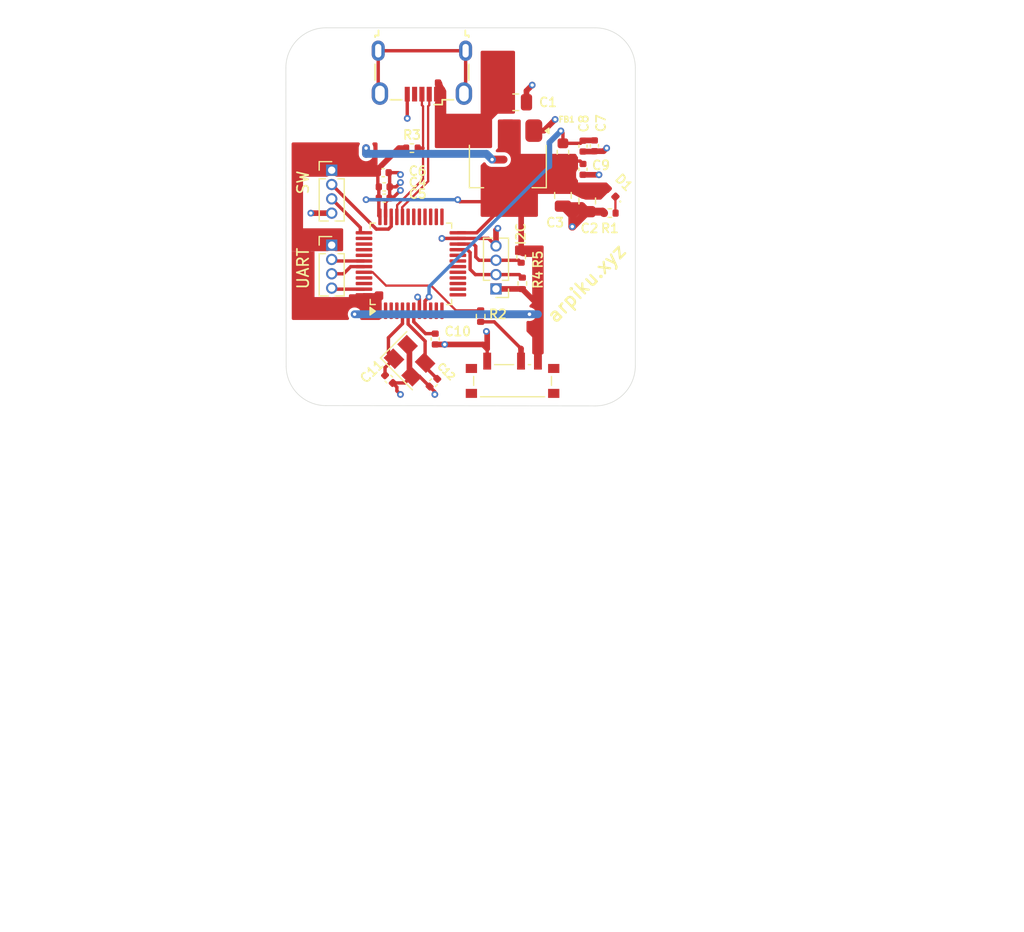
<source format=kicad_pcb>
(kicad_pcb (version 20221018) (generator pcbnew)
  (layers (0 "F.Cu" signal) (31 "B.Cu" signal) (34 "B.Paste" user) (35 "F.Paste" user) (36 "B.SilkS" user "B.Silkscreen") (37 "F.SilkS" user "F.Silkscreen") (38 "B.Mask" user) (39 "F.Mask" user) (44 "Edge.Cuts" user))
  (net 0 "")
  (net 1 "VBUS")
  (net 2 "GND")
  (net 3 "Net-(D1-K)")
  (net 4 "+3.3V")
  (net 5 "+3.3VA")
  (net 6 "/NRST")
  (net 7 "/HSE_IN")
  (net 8 "/HSE_OUT")
  (net 9 "/USB_D-")
  (net 10 "/USB_D+")
  (net 12 "unconnected-(J1-Shield-Pad6)")
  (net 13 "/USART1_TX")
  (net 14 "/USART1_RX")
  (net 15 "/SWDIO")
  (net 16 "/SWCLK")
  (net 17 "/I2C2_SCL")
  (net 18 "/I2C2_SDA")
  (net 19 "/sw_boot0")
  (net 20 "/BOOT0")
  (footprint "Connector_PinHeader_1.27mm:PinHeader_1x04_P1.27mm_Vertical" (layer "F.Cu") (at 155.956 107.15576)
    (fp_text reference "UART" (at -2.54 2.06424 90) (layer "F.SilkS"))
    (fp_text value "Conn_01x04_Pin")
    (fp_line (start -1.11 -0.76) (end 0 -0.76) (stroke (width 0.12)) (layer "F.SilkS"))
    (fp_line (start -1.11 0) (end -1.11 -0.76) (stroke (width 0.12)) (layer "F.SilkS"))
    (fp_line (start -1.11 0.76) (end -1.11 4.505) (stroke (width 0.12)) (layer "F.SilkS"))
    (fp_line (start -1.11 0.76) (end -0.563471 0.76) (stroke (width 0.12)) (layer "F.SilkS"))
    (fp_line (start -1.11 4.505) (end -0.30753 4.505) (stroke (width 0.12)) (layer "F.SilkS"))
    (fp_line (start 0.30753 4.505) (end 1.11 4.505) (stroke (width 0.12)) (layer "F.SilkS"))
    (fp_line (start 0.563471 0.76) (end 1.11 0.76) (stroke (width 0.12)) (layer "F.SilkS"))
    (fp_line (start 1.11 0.76) (end 1.11 4.505) (stroke (width 0.12)) (layer "F.SilkS"))
    (pad "1" thru_hole rect (at 0 0) (size 1 1) (drill 0.65) (layers "*.Cu" "*.Mask") (net 4 "+3.3V"))
    (pad "2" thru_hole oval (at 0 1.27) (size 1 1) (drill 0.65) (layers "*.Cu" "*.Mask") (net 13 "/USART1_TX"))
    (pad "3" thru_hole oval (at 0 2.54) (size 1 1) (drill 0.65) (layers "*.Cu" "*.Mask") (net 14 "/USART1_RX"))
    (pad "4" thru_hole oval (at 0 3.81) (size 1 1) (drill 0.65) (layers "*.Cu" "*.Mask") (net 2 "GND"))
  )
  (footprint "Capacitor_SMD:C_0402_1005Metric" (layer "F.Cu") (at 178.238892 98.375835 -90)
    (fp_text reference "C8" (at -2.004 -0.069108 90) (layer "F.SilkS") (effects (font (size 0.8 0.8))))
    (fp_text value "1u")
    (fp_line (start -0.107836 -0.36) (end 0.107836 -0.36) (stroke (width 0.12)) (layer "F.SilkS"))
    (fp_line (start -0.107836 0.36) (end 0.107836 0.36) (stroke (width 0.12)) (layer "F.SilkS"))
    (pad "1" smd roundrect (at -0.48 0 270) (size 0.56 0.62) (layers "F.Cu" "F.Paste" "F.Mask") (net 5 "+3.3VA"))
    (pad "2" smd roundrect (at 0.48 0 270) (size 0.56 0.62) (layers "F.Cu" "F.Paste" "F.Mask") (net 2 "GND"))
  )
  (footprint "Capacitor_SMD:C_0805_2012Metric" (layer "F.Cu") (at 178.616154 103.236679 -90)
    (fp_text reference "C2" (at 2.427321 -0.199846) (layer "F.SilkS") (effects (font (size 0.8 0.8))))
    (fp_text value "22u")
    (fp_line (start -0.261252 -0.735) (end 0.261252 -0.735) (stroke (width 0.12)) (layer "F.SilkS"))
    (fp_line (start -0.261252 0.735) (end 0.261252 0.735) (stroke (width 0.12)) (layer "F.SilkS"))
    (pad "1" smd roundrect (at -0.95 0 270) (size 1 1.45) (layers "F.Cu" "F.Paste" "F.Mask") (net 4 "+3.3V"))
    (pad "2" smd roundrect (at 0.95 0 270) (size 1 1.45) (layers "F.Cu" "F.Paste" "F.Mask") (net 2 "GND"))
  )
  (footprint "Resistor_SMD:R_0402_1005Metric" (layer "F.Cu") (at 180.620625 104.314308 180)
    (fp_text reference "R1" (at -0.002 -1.349692) (layer "F.SilkS") (effects (font (size 0.8 0.8))))
    (fp_text value "1k")
    (fp_line (start -0.153641 -0.38) (end 0.153641 -0.38) (stroke (width 0.12)) (layer "F.SilkS"))
    (fp_line (start -0.153641 0.38) (end 0.153641 0.38) (stroke (width 0.12)) (layer "F.SilkS"))
    (pad "1" smd roundrect (at -0.51 0 180) (size 0.54 0.64) (layers "F.Cu" "F.Paste" "F.Mask") (net 3 "Net-(D1-K)"))
    (pad "2" smd roundrect (at 0.51 0 180) (size 0.54 0.64) (layers "F.Cu" "F.Paste" "F.Mask") (net 2 "GND"))
  )
  (footprint "MountingHole:MountingHole_2.2mm_M2" (layer "F.Cu") (at 179.324 117.856)
    (fp_text reference "H4" hide)
    (fp_text value "MountingHole")
    (pad "" np_thru_hole circle (at 0 0) (size 2.2 2.2) (drill 2.2) (layers "*.Cu" "*.Mask"))
  )
  (footprint "Capacitor_SMD:C_0402_1005Metric" (layer "F.Cu") (at 161.02589 119.036208 -45)
    (fp_text reference "C11" (at -1.545805 0.595159 225) (layer "F.SilkS") (effects (font (size 0.8 0.8))))
    (fp_text value "10p")
    (fp_line (start -0.107836 -0.36) (end 0.107836 -0.36) (stroke (width 0.12)) (layer "F.SilkS"))
    (fp_line (start -0.107836 0.36) (end 0.107836 0.36) (stroke (width 0.12)) (layer "F.SilkS"))
    (pad "1" smd roundrect (at -0.48 0 315) (size 0.56 0.62) (layers "F.Cu" "F.Paste" "F.Mask") (net 7 "/HSE_IN"))
    (pad "2" smd roundrect (at 0.48 0 315) (size 0.56 0.62) (layers "F.Cu" "F.Paste" "F.Mask") (net 2 "GND"))
  )
  (footprint "Capacitor_SMD:C_0805_2012Metric" (layer "F.Cu") (at 176.460892 102.749837 -90)
    (fp_text reference "C3" (at 2.406163 0.692892 180) (layer "F.SilkS") (effects (font (size 0.8 0.8))))
    (fp_text value "10u")
    (fp_line (start -0.261252 -0.735) (end 0.261252 -0.735) (stroke (width 0.12)) (layer "F.SilkS"))
    (fp_line (start -0.261252 0.735) (end 0.261252 0.735) (stroke (width 0.12)) (layer "F.SilkS"))
    (pad "1" smd roundrect (at -0.95 0 270) (size 1 1.45) (layers "F.Cu" "F.Paste" "F.Mask") (net 4 "+3.3V"))
    (pad "2" smd roundrect (at 0.95 0 270) (size 1 1.45) (layers "F.Cu" "F.Paste" "F.Mask") (net 2 "GND"))
  )
  (footprint "Capacitor_SMD:C_0402_1005Metric" (layer "F.Cu") (at 160.614092 102.988269)
    (fp_text reference "C5" (at 2.961908 -0.372269) (layer "F.SilkS") (effects (font (size 0.8 0.8))))
    (fp_text value "100n")
    (fp_line (start -0.107836 -0.36) (end 0.107836 -0.36) (stroke (width 0.12)) (layer "F.SilkS"))
    (fp_line (start -0.107836 0.36) (end 0.107836 0.36) (stroke (width 0.12)) (layer "F.SilkS"))
    (pad "1" smd roundrect (at -0.48 0) (size 0.56 0.62) (layers "F.Cu" "F.Paste" "F.Mask") (net 4 "+3.3V"))
    (pad "2" smd roundrect (at 0.48 0) (size 0.56 0.62) (layers "F.Cu" "F.Paste" "F.Mask") (net 2 "GND"))
  )
  (footprint "Inductor_SMD:L_0603_1608Metric" (layer "F.Cu") (at 176.460892 98.914337 90)
    (fp_text reference "FB1" (at 2.902337 0.323108 180) (layer "F.SilkS") (effects (font (size 0.5 0.5) (thickness 0.125))))
    (fp_text value "120")
    (fp_line (start -0.162779 -0.51) (end 0.162779 -0.51) (stroke (width 0.12)) (layer "F.SilkS"))
    (fp_line (start -0.162779 0.51) (end 0.162779 0.51) (stroke (width 0.12)) (layer "F.SilkS"))
    (pad "1" smd roundrect (at -0.7875 0 90) (size 0.875 0.95) (layers "F.Cu" "F.Paste" "F.Mask") (net 4 "+3.3V"))
    (pad "2" smd roundrect (at 0.7875 0 90) (size 0.875 0.95) (layers "F.Cu" "F.Paste" "F.Mask") (net 5 "+3.3VA"))
  )
  (footprint "MountingHole:MountingHole_2.2mm_M2" (layer "F.Cu") (at 179.324 91.44)
    (fp_text reference "H3" hide)
    (fp_text value "MountingHole")
    (pad "" np_thru_hole circle (at 0 0) (size 2.2 2.2) (drill 2.2) (layers "*.Cu" "*.Mask"))
  )
  (footprint "Capacitor_SMD:C_0402_1005Metric" (layer "F.Cu") (at 165.13701 115.483123 -90)
    (fp_text reference "C10" (at -0.675123 -1.99499 -180) (layer "F.SilkS") (effects (font (size 0.8 0.8))))
    (fp_text value "100n")
    (fp_line (start -0.107836 -0.36) (end 0.107836 -0.36) (stroke (width 0.12)) (layer "F.SilkS"))
    (fp_line (start -0.107836 0.36) (end 0.107836 0.36) (stroke (width 0.12)) (layer "F.SilkS"))
    (pad "1" smd roundrect (at -0.48 0 270) (size 0.56 0.62) (layers "F.Cu" "F.Paste" "F.Mask") (net 6 "/NRST"))
    (pad "2" smd roundrect (at 0.48 0 270) (size 0.56 0.62) (layers "F.Cu" "F.Paste" "F.Mask") (net 2 "GND"))
  )
  (footprint "Resistor_SMD:R_0402_1005Metric" (layer "F.Cu") (at 163.07 98.552)
    (fp_text reference "R3" (at 0 -1.17) (layer "F.SilkS") (effects (font (size 0.8 0.8))))
    (fp_text value "1k5")
    (fp_line (start -0.153641 -0.38) (end 0.153641 -0.38) (stroke (width 0.12)) (layer "F.SilkS"))
    (fp_line (start -0.153641 0.38) (end 0.153641 0.38) (stroke (width 0.12)) (layer "F.SilkS"))
    (pad "1" smd roundrect (at -0.51 0) (size 0.54 0.64) (layers "F.Cu" "F.Paste" "F.Mask") (net 4 "+3.3V"))
    (pad "2" smd roundrect (at 0.51 0) (size 0.54 0.64) (layers "F.Cu" "F.Paste" "F.Mask") (net 10 "/USB_D+"))
  )
  (footprint "Button_Switch_SMD:SW_SPDT_PCM12" (layer "F.Cu") (at 171.994 118.872)
    (fp_text reference "SW1" hide)
    (fp_text value "SW_SPDT")
    (fp_line (start -3.45 -0.07) (end -3.45 0.72) (stroke (width 0.12)) (layer "F.SilkS"))
    (fp_line (start -2.85 1.73) (end 2.85 1.73) (stroke (width 0.12)) (layer "F.SilkS"))
    (fp_line (start -1.6 -1.12) (end 0.1 -1.12) (stroke (width 0.12)) (layer "F.SilkS"))
    (fp_line (start 1.4 -1.12) (end 1.6 -1.12) (stroke (width 0.12)) (layer "F.SilkS"))
    (fp_line (start 3.45 0.72) (end 3.45 -0.07) (stroke (width 0.12)) (layer "F.SilkS"))
    (pad "" smd rect (at -3.65 -0.78) (size 1 0.8) (layers "F.Cu" "F.Paste" "F.Mask"))
    (pad "" smd rect (at -3.65 1.43) (size 1 0.8) (layers "F.Cu" "F.Paste" "F.Mask"))
    (pad "" np_thru_hole circle (at -1.5 0.33) (size 0.9 0.9) (drill 0.9) (layers "*.Cu" "*.Mask"))
    (pad "" np_thru_hole circle (at 1.5 0.33) (size 0.9 0.9) (drill 0.9) (layers "*.Cu" "*.Mask"))
    (pad "" smd rect (at 3.65 -0.78) (size 1 0.8) (layers "F.Cu" "F.Paste" "F.Mask"))
    (pad "" smd rect (at 3.65 1.43) (size 1 0.8) (layers "F.Cu" "F.Paste" "F.Mask"))
    (pad "1" smd rect (at -2.25 -1.43) (size 0.7 1.5) (layers "F.Cu" "F.Paste" "F.Mask") (net 2 "GND"))
    (pad "2" smd rect (at 0.75 -1.43) (size 0.7 1.5) (layers "F.Cu" "F.Paste" "F.Mask") (net 19 "/sw_boot0"))
    (pad "3" smd rect (at 2.25 -1.43) (size 0.7 1.5) (layers "F.Cu" "F.Paste" "F.Mask") (net 4 "+3.3V"))
  )
  (footprint "Resistor_SMD:R_0402_1005Metric" (layer "F.Cu") (at 172.755819 108.206 -90)
    (fp_text reference "R5" (at 0.218898 -1.488181 90) (layer "F.SilkS") (effects (font (size 0.8 0.8))))
    (fp_text value "1k5")
    (fp_line (start -0.153641 -0.38) (end 0.153641 -0.38) (stroke (width 0.12)) (layer "F.SilkS"))
    (fp_line (start -0.153641 0.38) (end 0.153641 0.38) (stroke (width 0.12)) (layer "F.SilkS"))
    (pad "1" smd roundrect (at -0.51 0 270) (size 0.54 0.64) (layers "F.Cu" "F.Paste" "F.Mask") (net 4 "+3.3V"))
    (pad "2" smd roundrect (at 0.51 0 270) (size 0.54 0.64) (layers "F.Cu" "F.Paste" "F.Mask") (net 18 "/I2C2_SDA"))
  )
  (footprint "Capacitor_SMD:C_0402_1005Metric" (layer "F.Cu") (at 160.526092 100.728269)
    (fp_text reference "C6" (at 3.049908 -0.144269) (layer "F.SilkS") (effects (font (size 0.8 0.8))))
    (fp_text value "100n")
    (fp_line (start -0.107836 -0.36) (end 0.107836 -0.36) (stroke (width 0.12)) (layer "F.SilkS"))
    (fp_line (start -0.107836 0.36) (end 0.107836 0.36) (stroke (width 0.12)) (layer "F.SilkS"))
    (pad "1" smd roundrect (at -0.48 0) (size 0.56 0.62) (layers "F.Cu" "F.Paste" "F.Mask") (net 4 "+3.3V"))
    (pad "2" smd roundrect (at 0.48 0) (size 0.56 0.62) (layers "F.Cu" "F.Paste" "F.Mask") (net 2 "GND"))
  )
  (footprint "Crystal:Crystal_SMD_3225-4Pin_3.2x2.5mm" (layer "F.Cu") (at 162.860125 117.402792 -45)
    (fp_text reference "Y1" hide)
    (fp_text value "16MHz")
    (fp_line (start -2 -1.65) (end -2 1.65) (stroke (width 0.12)) (layer "F.SilkS"))
    (fp_line (start -2 1.65) (end 2 1.65) (stroke (width 0.12)) (layer "F.SilkS"))
    (pad "1" smd rect (at -1.1 0.85 315) (size 1.4 1.2) (layers "F.Cu" "F.Paste" "F.Mask") (net 7 "/HSE_IN"))
    (pad "2" smd rect (at 1.1 0.85 315) (size 1.4 1.2) (layers "F.Cu" "F.Paste" "F.Mask") (net 2 "GND"))
    (pad "3" smd rect (at 1.1 -0.85 315) (size 1.4 1.2) (layers "F.Cu" "F.Paste" "F.Mask") (net 8 "/HSE_OUT"))
    (pad "4" smd rect (at -1.1 -0.85 315) (size 1.4 1.2) (layers "F.Cu" "F.Paste" "F.Mask") (net 2 "GND"))
  )
  (footprint "Capacitor_SMD:C_0402_1005Metric" (layer "F.Cu") (at 160.614091 101.988268)
    (fp_text reference "C4" (at 2.961909 -0.388268) (layer "F.SilkS") (effects (font (size 0.8 0.8))))
    (fp_text value "100n")
    (fp_line (start -0.107836 -0.36) (end 0.107836 -0.36) (stroke (width 0.12)) (layer "F.SilkS"))
    (fp_line (start -0.107836 0.36) (end 0.107836 0.36) (stroke (width 0.12)) (layer "F.SilkS"))
    (pad "1" smd roundrect (at -0.48 0) (size 0.56 0.62) (layers "F.Cu" "F.Paste" "F.Mask") (net 4 "+3.3V"))
    (pad "2" smd roundrect (at 0.48 0) (size 0.56 0.62) (layers "F.Cu" "F.Paste" "F.Mask") (net 2 "GND"))
  )
  (footprint "MountingHole:MountingHole_2.2mm_M2" (layer "F.Cu") (at 155.448 117.856 -45)
    (fp_text reference "H2" hide)
    (fp_text value "MountingHole")
    (pad "" np_thru_hole circle (at 0 0 315) (size 2.2 2.2) (drill 2.2) (layers "*.Cu" "*.Mask"))
  )
  (footprint "Capacitor_SMD:C_0805_2012Metric" (layer "F.Cu") (at 172.278 94.488)
    (fp_text reference "C1" (at 2.855 0 180) (layer "F.SilkS") (effects (font (size 0.8 0.8))))
    (fp_text value "22u")
    (fp_line (start -0.261252 -0.735) (end 0.261252 -0.735) (stroke (width 0.12)) (layer "F.SilkS"))
    (fp_line (start -0.261252 0.735) (end 0.261252 0.735) (stroke (width 0.12)) (layer "F.SilkS"))
    (pad "1" smd roundrect (at -0.95 0) (size 1 1.45) (layers "F.Cu" "F.Paste" "F.Mask") (net 1 "VBUS"))
    (pad "2" smd roundrect (at 0.95 0) (size 1 1.45) (layers "F.Cu" "F.Paste" "F.Mask") (net 2 "GND"))
  )
  (footprint "LED_SMD:LED_0402_1005Metric" (layer "F.Cu") (at 180.771414 102.518257 135)
    (fp_text reference "D1" (at -0.123269 1.421881 135) (layer "F.SilkS") (effects (font (size 0.8 0.8))))
    (fp_text value "RED")
    (fp_circle (center -1.09 0) (end -1.04 0) (stroke (width 0.1)) (fill none) (layer "F.SilkS"))
    (pad "1" smd roundrect (at -0.485 0 135) (size 0.59 0.64) (layers "F.Cu" "F.Paste" "F.Mask") (net 3 "Net-(D1-K)"))
    (pad "2" smd roundrect (at 0.485 0 135) (size 0.59 0.64) (layers "F.Cu" "F.Paste" "F.Mask") (net 4 "+3.3V"))
  )
  (footprint "MountingHole:MountingHole_2.2mm_M2" (layer "F.Cu") (at 155.448 91.44 -45)
    (fp_text reference "H1" hide)
    (fp_text value "MountingHole")
    (pad "" np_thru_hole circle (at 0 0 315) (size 2.2 2.2) (drill 2.2) (layers "*.Cu" "*.Mask"))
  )
  (footprint "Capacitor_SMD:C_0402_1005Metric" (layer "F.Cu") (at 164.977202 119.35582 -135)
    (fp_text reference "C12" (at -1.506574 -0.103929 -45) (layer "F.SilkS") (effects (font (size 0.6 0.6))))
    (fp_text value "10p")
    (fp_line (start -0.107836 -0.36) (end 0.107836 -0.36) (stroke (width 0.12)) (layer "F.SilkS"))
    (fp_line (start -0.107836 0.36) (end 0.107836 0.36) (stroke (width 0.12)) (layer "F.SilkS"))
    (pad "1" smd roundrect (at -0.48 0 225) (size 0.56 0.62) (layers "F.Cu" "F.Paste" "F.Mask") (net 8 "/HSE_OUT"))
    (pad "2" smd roundrect (at 0.48 0 225) (size 0.56 0.62) (layers "F.Cu" "F.Paste" "F.Mask") (net 2 "GND"))
  )
  (footprint "Connector_PinHeader_1.27mm:PinHeader_1x04_P1.27mm_Vertical" (layer "F.Cu") (at 170.525162 111.038127 180)
    (fp_text reference "I2C" (at -2.194838 4.866127 90) (layer "F.SilkS") (effects (font (size 0.8 0.8))))
    (fp_text value "Conn_01x04_Pin")
    (fp_line (start -1.11 -0.76) (end 0 -0.76) (stroke (width 0.12)) (layer "F.SilkS"))
    (fp_line (start -1.11 0) (end -1.11 -0.76) (stroke (width 0.12)) (layer "F.SilkS"))
    (fp_line (start -1.11 0.76) (end -1.11 4.505) (stroke (width 0.12)) (layer "F.SilkS"))
    (fp_line (start -1.11 0.76) (end -0.563471 0.76) (stroke (width 0.12)) (layer "F.SilkS"))
    (fp_line (start -1.11 4.505) (end -0.30753 4.505) (stroke (width 0.12)) (layer "F.SilkS"))
    (fp_line (start 0.30753 4.505) (end 1.11 4.505) (stroke (width 0.12)) (layer "F.SilkS"))
    (fp_line (start 0.563471 0.76) (end 1.11 0.76) (stroke (width 0.12)) (layer "F.SilkS"))
    (fp_line (start 1.11 0.76) (end 1.11 4.505) (stroke (width 0.12)) (layer "F.SilkS"))
    (pad "1" thru_hole rect (at 0 0 180) (size 1 1) (drill 0.65) (layers "*.Cu" "*.Mask") (net 4 "+3.3V"))
    (pad "2" thru_hole oval (at 0 1.27 180) (size 1 1) (drill 0.65) (layers "*.Cu" "*.Mask") (net 17 "/I2C2_SCL"))
    (pad "3" thru_hole oval (at 0 2.54 180) (size 1 1) (drill 0.65) (layers "*.Cu" "*.Mask") (net 18 "/I2C2_SDA"))
    (pad "4" thru_hole oval (at 0 3.81 180) (size 1 1) (drill 0.65) (layers "*.Cu" "*.Mask") (net 2 "GND"))
  )
  (footprint "Capacitor_SMD:C_0402_1005Metric" (layer "F.Cu") (at 178.238892 100.435835 -90)
    (fp_text reference "C9" (at -0.359835 -1.593108 -180) (layer "F.SilkS") (effects (font (size 0.8 0.8))))
    (fp_text value "1u")
    (fp_line (start -0.107836 -0.36) (end 0.107836 -0.36) (stroke (width 0.12)) (layer "F.SilkS"))
    (fp_line (start -0.107836 0.36) (end 0.107836 0.36) (stroke (width 0.12)) (layer "F.SilkS"))
    (pad "1" smd roundrect (at -0.48 0 270) (size 0.56 0.62) (layers "F.Cu" "F.Paste" "F.Mask") (net 4 "+3.3V"))
    (pad "2" smd roundrect (at 0.48 0 270) (size 0.56 0.62) (layers "F.Cu" "F.Paste" "F.Mask") (net 2 "GND"))
  )
  (footprint "Package_QFP:LQFP-48_7x7mm_P0.5mm" (layer "F.Cu") (at 162.98175 108.8105 90)
    (fp_text reference "U2" hide)
    (fp_text value "STM32F103C8T6")
    (fp_line (start -3.61 -3.61) (end -3.61 -3.16) (stroke (width 0.12)) (layer "F.SilkS"))
    (fp_line (start -3.61 3.61) (end -3.61 3.16) (stroke (width 0.12)) (layer "F.SilkS"))
    (fp_line (start -3.16 -3.61) (end -3.61 -3.61) (stroke (width 0.12)) (layer "F.SilkS"))
    (fp_line (start -3.16 3.61) (end -3.61 3.61) (stroke (width 0.12)) (layer "F.SilkS"))
    (fp_line (start 3.16 -3.61) (end 3.61 -3.61) (stroke (width 0.12)) (layer "F.SilkS"))
    (fp_line (start 3.16 3.61) (end 3.61 3.61) (stroke (width 0.12)) (layer "F.SilkS"))
    (fp_line (start 3.61 -3.61) (end 3.61 -3.16) (stroke (width 0.12)) (layer "F.SilkS"))
    (fp_line (start 3.61 3.61) (end 3.61 3.16) (stroke (width 0.12)) (layer "F.SilkS"))
    (fp_poly (pts (xy -4.2 -3.16) (xy -4.54 -3.63) (xy -3.86 -3.63) (xy -4.2 -3.16)) (stroke (width 0.12)) (fill solid) (layer "F.SilkS"))
    (pad "1" smd roundrect (at -4.1625 -2.75 90) (size 1.475 0.3) (layers "F.Cu" "F.Paste" "F.Mask") (net 4 "+3.3V"))
    (pad "2" smd roundrect (at -4.1625 -2.25 90) (size 1.475 0.3) (layers "F.Cu" "F.Paste" "F.Mask"))
    (pad "3" smd roundrect (at -4.1625 -1.75 90) (size 1.475 0.3) (layers "F.Cu" "F.Paste" "F.Mask"))
    (pad "4" smd roundrect (at -4.1625 -1.25 90) (size 1.475 0.3) (layers "F.Cu" "F.Paste" "F.Mask"))
    (pad "5" smd roundrect (at -4.1625 -0.75 90) (size 1.475 0.3) (layers "F.Cu" "F.Paste" "F.Mask") (net 7 "/HSE_IN"))
    (pad "6" smd roundrect (at -4.1625 -0.25 90) (size 1.475 0.3) (layers "F.Cu" "F.Paste" "F.Mask") (net 8 "/HSE_OUT"))
    (pad "7" smd roundrect (at -4.1625 0.25 90) (size 1.475 0.3) (layers "F.Cu" "F.Paste" "F.Mask") (net 6 "/NRST"))
    (pad "8" smd roundrect (at -4.1625 0.75 90) (size 1.475 0.3) (layers "F.Cu" "F.Paste" "F.Mask") (net 2 "GND"))
    (pad "9" smd roundrect (at -4.1625 1.25 90) (size 1.475 0.3) (layers "F.Cu" "F.Paste" "F.Mask") (net 5 "+3.3VA"))
    (pad "10" smd roundrect (at -4.1625 1.75 90) (size 1.475 0.3) (layers "F.Cu" "F.Paste" "F.Mask"))
    (pad "11" smd roundrect (at -4.1625 2.25 90) (size 1.475 0.3) (layers "F.Cu" "F.Paste" "F.Mask"))
    (pad "12" smd roundrect (at -4.1625 2.75 90) (size 1.475 0.3) (layers "F.Cu" "F.Paste" "F.Mask"))
    (pad "13" smd roundrect (at -2.75 4.1625 90) (size 0.3 1.475) (layers "F.Cu" "F.Paste" "F.Mask"))
    (pad "14" smd roundrect (at -2.25 4.1625 90) (size 0.3 1.475) (layers "F.Cu" "F.Paste" "F.Mask"))
    (pad "15" smd roundrect (at -1.75 4.1625 90) (size 0.3 1.475) (layers "F.Cu" "F.Paste" "F.Mask"))
    (pad "16" smd roundrect (at -1.25 4.1625 90) (size 0.3 1.475) (layers "F.Cu" "F.Paste" "F.Mask"))
    (pad "17" smd roundrect (at -0.75 4.1625 90) (size 0.3 1.475) (layers "F.Cu" "F.Paste" "F.Mask"))
    (pad "18" smd roundrect (at -0.25 4.1625 90) (size 0.3 1.475) (layers "F.Cu" "F.Paste" "F.Mask"))
    (pad "19" smd roundrect (at 0.25 4.1625 90) (size 0.3 1.475) (layers "F.Cu" "F.Paste" "F.Mask"))
    (pad "20" smd roundrect (at 0.75 4.1625 90) (size 0.3 1.475) (layers "F.Cu" "F.Paste" "F.Mask"))
    (pad "21" smd roundrect (at 1.25 4.1625 90) (size 0.3 1.475) (layers "F.Cu" "F.Paste" "F.Mask") (net 17 "/I2C2_SCL"))
    (pad "22" smd roundrect (at 1.75 4.1625 90) (size 0.3 1.475) (layers "F.Cu" "F.Paste" "F.Mask") (net 18 "/I2C2_SDA"))
    (pad "23" smd roundrect (at 2.25 4.1625 90) (size 0.3 1.475) (layers "F.Cu" "F.Paste" "F.Mask") (net 2 "GND"))
    (pad "24" smd roundrect (at 2.75 4.1625 90) (size 0.3 1.475) (layers "F.Cu" "F.Paste" "F.Mask") (net 4 "+3.3V"))
    (pad "25" smd roundrect (at 4.1625 2.75 90) (size 1.475 0.3) (layers "F.Cu" "F.Paste" "F.Mask"))
    (pad "26" smd roundrect (at 4.1625 2.25 90) (size 1.475 0.3) (layers "F.Cu" "F.Paste" "F.Mask"))
    (pad "27" smd roundrect (at 4.1625 1.75 90) (size 1.475 0.3) (layers "F.Cu" "F.Paste" "F.Mask"))
    (pad "28" smd roundrect (at 4.1625 1.25 90) (size 1.475 0.3) (layers "F.Cu" "F.Paste" "F.Mask"))
    (pad "29" smd roundrect (at 4.1625 0.75 90) (size 1.475 0.3) (layers "F.Cu" "F.Paste" "F.Mask"))
    (pad "30" smd roundrect (at 4.1625 0.25 90) (size 1.475 0.3) (layers "F.Cu" "F.Paste" "F.Mask"))
    (pad "31" smd roundrect (at 4.1625 -0.25 90) (size 1.475 0.3) (layers "F.Cu" "F.Paste" "F.Mask"))
    (pad "32" smd roundrect (at 4.1625 -0.75 90) (size 1.475 0.3) (layers "F.Cu" "F.Paste" "F.Mask") (net 9 "/USB_D-"))
    (pad "33" smd roundrect (at 4.1625 -1.25 90) (size 1.475 0.3) (layers "F.Cu" "F.Paste" "F.Mask") (net 10 "/USB_D+"))
    (pad "34" smd roundrect (at 4.1625 -1.75 90) (size 1.475 0.3) (layers "F.Cu" "F.Paste" "F.Mask") (net 15 "/SWDIO"))
    (pad "35" smd roundrect (at 4.1625 -2.25 90) (size 1.475 0.3) (layers "F.Cu" "F.Paste" "F.Mask") (net 2 "GND"))
    (pad "36" smd roundrect (at 4.1625 -2.75 90) (size 1.475 0.3) (layers "F.Cu" "F.Paste" "F.Mask") (net 4 "+3.3V"))
    (pad "37" smd roundrect (at 2.75 -4.1625 90) (size 0.3 1.475) (layers "F.Cu" "F.Paste" "F.Mask") (net 16 "/SWCLK"))
    (pad "38" smd roundrect (at 2.25 -4.1625 90) (size 0.3 1.475) (layers "F.Cu" "F.Paste" "F.Mask"))
    (pad "39" smd roundrect (at 1.75 -4.1625 90) (size 0.3 1.475) (layers "F.Cu" "F.Paste" "F.Mask"))
    (pad "40" smd roundrect (at 1.25 -4.1625 90) (size 0.3 1.475) (layers "F.Cu" "F.Paste" "F.Mask"))
    (pad "41" smd roundrect (at 0.75 -4.1625 90) (size 0.3 1.475) (layers "F.Cu" "F.Paste" "F.Mask"))
    (pad "42" smd roundrect (at 0.25 -4.1625 90) (size 0.3 1.475) (layers "F.Cu" "F.Paste" "F.Mask") (net 13 "/USART1_TX"))
    (pad "43" smd roundrect (at -0.25 -4.1625 90) (size 0.3 1.475) (layers "F.Cu" "F.Paste" "F.Mask") (net 14 "/USART1_RX"))
    (pad "44" smd roundrect (at -0.75 -4.1625 90) (size 0.3 1.475) (layers "F.Cu" "F.Paste" "F.Mask") (net 20 "/BOOT0"))
    (pad "45" smd roundrect (at -1.25 -4.1625 90) (size 0.3 1.475) (layers "F.Cu" "F.Paste" "F.Mask"))
    (pad "46" smd roundrect (at -1.75 -4.1625 90) (size 0.3 1.475) (layers "F.Cu" "F.Paste" "F.Mask"))
    (pad "47" smd roundrect (at -2.25 -4.1625 90) (size 0.3 1.475) (layers "F.Cu" "F.Paste" "F.Mask") (net 2 "GND"))
    (pad "48" smd roundrect (at -2.75 -4.1625 90) (size 0.3 1.475) (layers "F.Cu" "F.Paste" "F.Mask") (net 4 "+3.3V"))
  )
  (footprint "Connector_PinHeader_1.27mm:PinHeader_1x04_P1.27mm_Vertical" (layer "F.Cu") (at 155.956 100.510372)
    (fp_text reference "SW" (at -2.54 1.089628 90) (layer "F.SilkS"))
    (fp_text value "Conn_01x04_Pin")
    (fp_line (start -1.11 -0.76) (end 0 -0.76) (stroke (width 0.12)) (layer "F.SilkS"))
    (fp_line (start -1.11 0) (end -1.11 -0.76) (stroke (width 0.12)) (layer "F.SilkS"))
    (fp_line (start -1.11 0.76) (end -1.11 4.505) (stroke (width 0.12)) (layer "F.SilkS"))
    (fp_line (start -1.11 0.76) (end -0.563471 0.76) (stroke (width 0.12)) (layer "F.SilkS"))
    (fp_line (start -1.11 4.505) (end -0.30753 4.505) (stroke (width 0.12)) (layer "F.SilkS"))
    (fp_line (start 0.30753 4.505) (end 1.11 4.505) (stroke (width 0.12)) (layer "F.SilkS"))
    (fp_line (start 0.563471 0.76) (end 1.11 0.76) (stroke (width 0.12)) (layer "F.SilkS"))
    (fp_line (start 1.11 0.76) (end 1.11 4.505) (stroke (width 0.12)) (layer "F.SilkS"))
    (pad "1" thru_hole rect (at 0 0) (size 1 1) (drill 0.65) (layers "*.Cu" "*.Mask") (net 4 "+3.3V"))
    (pad "2" thru_hole oval (at 0 1.27) (size 1 1) (drill 0.65) (layers "*.Cu" "*.Mask") (net 15 "/SWDIO"))
    (pad "3" thru_hole oval (at 0 2.54) (size 1 1) (drill 0.65) (layers "*.Cu" "*.Mask") (net 16 "/SWCLK"))
    (pad "4" thru_hole oval (at 0 3.81) (size 1 1) (drill 0.65) (layers "*.Cu" "*.Mask") (net 2 "GND"))
  )
  (footprint "Package_TO_SOT_SMD:SOT-223-3_TabPin2" (layer "F.Cu") (at 171.576686 100.152472 -90)
    (fp_text reference "U3" hide)
    (fp_text value "AMS1117-3.3")
    (fp_line (start -1.85 -3.41) (end 1.91 -3.41) (stroke (width 0.12)) (layer "F.SilkS"))
    (fp_line (start -1.85 3.41) (end 1.91 3.41) (stroke (width 0.12)) (layer "F.SilkS"))
    (fp_line (start 1.91 -3.41) (end 1.91 -2.15) (stroke (width 0.12)) (layer "F.SilkS"))
    (fp_line (start 1.91 3.41) (end 1.91 2.15) (stroke (width 0.12)) (layer "F.SilkS"))
    (fp_poly (pts (xy -3.13 -3.31) (xy -3.37 -3.64) (xy -2.89 -3.64) (xy -3.13 -3.31)) (stroke (width 0.12)) (fill solid) (layer "F.SilkS"))
    (pad "1" smd roundrect (at -3.15 -2.3 270) (size 2 1.5) (layers "F.Cu" "F.Paste" "F.Mask") (net 2 "GND"))
    (pad "2" smd roundrect (at -3.15 0 270) (size 2 1.5) (layers "F.Cu" "F.Paste" "F.Mask") (net 4 "+3.3V"))
    (pad "2" smd roundrect (at 3.15 0 270) (size 2 3.8) (layers "F.Cu" "F.Paste" "F.Mask") (net 4 "+3.3V"))
    (pad "3" smd roundrect (at -3.15 2.3 270) (size 2 1.5) (layers "F.Cu" "F.Paste" "F.Mask") (net 1 "VBUS"))
  )
  (footprint "Capacitor_SMD:C_0402_1005Metric" (layer "F.Cu") (at 179.254892 98.347836 -90)
    (fp_text reference "C7" (at -2.004 -0.577108 90) (layer "F.SilkS") (effects (font (size 0.8 0.8))))
    (fp_text value "10n")
    (fp_line (start -0.107836 -0.36) (end 0.107836 -0.36) (stroke (width 0.12)) (layer "F.SilkS"))
    (fp_line (start -0.107836 0.36) (end 0.107836 0.36) (stroke (width 0.12)) (layer "F.SilkS"))
    (pad "1" smd roundrect (at -0.48 0 270) (size 0.56 0.62) (layers "F.Cu" "F.Paste" "F.Mask") (net 5 "+3.3VA"))
    (pad "2" smd roundrect (at 0.48 0 270) (size 0.56 0.62) (layers "F.Cu" "F.Paste" "F.Mask") (net 2 "GND"))
  )
  (footprint "Connector_USB:USB_Micro-B_Wuerth_629105150521" (layer "F.Cu") (at 163.956086 91.866 180)
    (fp_text reference "J1" hide)
    (fp_text value "USB_B_Micro")
    (fp_line (start -4.15 -0.65) (end -4.15 0.75) (stroke (width 0.15)) (layer "F.SilkS"))
    (fp_line (start -4.15 3.15) (end -4.15 3.3) (stroke (width 0.15)) (layer "F.SilkS"))
    (fp_line (start -4.15 3.3) (end -3.85 3.3) (stroke (width 0.15)) (layer "F.SilkS"))
    (fp_line (start -3.85 3.3) (end -3.85 3.75) (stroke (width 0.15)) (layer "F.SilkS"))
    (fp_line (start -1.8 -2.825) (end -1.8 -2.4) (stroke (width 0.15)) (layer "F.SilkS"))
    (fp_line (start -1.8 -2.4) (end -2.8 -2.4) (stroke (width 0.15)) (layer "F.SilkS"))
    (fp_line (start -1.075 -2.825) (end -1.8 -2.825) (stroke (width 0.15)) (layer "F.SilkS"))
    (fp_line (start 1.8 -2.4) (end 2.8 -2.4) (stroke (width 0.15)) (layer "F.SilkS"))
    (fp_line (start 3.85 3.3) (end 4.15 3.3) (stroke (width 0.15)) (layer "F.SilkS"))
    (fp_line (start 3.85 3.75) (end 3.85 3.3) (stroke (width 0.15)) (layer "F.SilkS"))
    (fp_line (start 4.15 0.75) (end 4.15 -0.65) (stroke (width 0.15)) (layer "F.SilkS"))
    (fp_line (start 4.15 3.3) (end 4.15 3.15) (stroke (width 0.15)) (layer "F.SilkS"))
    (pad "" np_thru_hole oval (at -2.5 -0.8 180) (size 0.8 0.8) (drill 0.8) (layers "*.Cu" "*.Mask"))
    (pad "" np_thru_hole oval (at 2.5 -0.8 180) (size 0.8 0.8) (drill 0.8) (layers "*.Cu" "*.Mask"))
    (pad "1" smd rect (at -1.3 -1.9 180) (size 0.45 1.3) (layers "F.Cu" "F.Paste" "F.Mask") (net 1 "VBUS"))
    (pad "2" smd rect (at -0.65 -1.9 180) (size 0.45 1.3) (layers "F.Cu" "F.Paste" "F.Mask") (net 9 "/USB_D-"))
    (pad "3" smd rect (at 0 -1.9 180) (size 0.45 1.3) (layers "F.Cu" "F.Paste" "F.Mask") (net 10 "/USB_D+"))
    (pad "4" smd rect (at 0.65 -1.9 180) (size 0.45 1.3) (layers "F.Cu" "F.Paste" "F.Mask"))
    (pad "5" smd rect (at 1.3 -1.9 180) (size 0.45 1.3) (layers "F.Cu" "F.Paste" "F.Mask") (net 2 "GND"))
    (pad "6" thru_hole oval (at -3.875 1.95 180) (size 1.15 1.8) (drill oval 0.55 1.2) (layers "*.Cu" "*.Mask") (net 12 "unconnected-(J1-Shield-Pad6)"))
    (pad "6" thru_hole oval (at -3.725 -1.85 180) (size 1.45 2) (drill oval 0.85 1.4) (layers "*.Cu" "*.Mask") (net 12 "unconnected-(J1-Shield-Pad6)"))
    (pad "6" thru_hole oval (at 3.725 -1.85 180) (size 1.45 2) (drill oval 0.85 1.4) (layers "*.Cu" "*.Mask") (net 12 "unconnected-(J1-Shield-Pad6)"))
    (pad "6" thru_hole oval (at 3.875 1.95 180) (size 1.15 1.8) (drill oval 0.55 1.2) (layers "*.Cu" "*.Mask") (net 12 "unconnected-(J1-Shield-Pad6)"))
  )
  (footprint "Resistor_SMD:R_0402_1005Metric" (layer "F.Cu") (at 169.164 113.448651 90)
    (fp_text reference "R2" (at 0.164651 1.524 180) (layer "F.SilkS") (effects (font (size 0.8 0.8))))
    (fp_text value "10kR")
    (fp_line (start -0.153641 -0.38) (end 0.153641 -0.38) (stroke (width 0.12)) (layer "F.SilkS"))
    (fp_line (start -0.153641 0.38) (end 0.153641 0.38) (stroke (width 0.12)) (layer "F.SilkS"))
    (pad "1" smd roundrect (at -0.51 0 90) (size 0.54 0.64) (layers "F.Cu" "F.Paste" "F.Mask") (net 19 "/sw_boot0"))
    (pad "2" smd roundrect (at 0.51 0 90) (size 0.54 0.64) (layers "F.Cu" "F.Paste" "F.Mask") (net 20 "/BOOT0"))
  )
  (footprint "Resistor_SMD:R_0402_1005Metric" (layer "F.Cu") (at 172.860029 110.546153 90)
    (fp_text reference "R4" (at 0.310153 1.383971 90) (layer "F.SilkS") (effects (font (size 0.8 0.8))))
    (fp_text value "1k5")
    (fp_line (start -0.153641 -0.38) (end 0.153641 -0.38) (stroke (width 0.12)) (layer "F.SilkS"))
    (fp_line (start -0.153641 0.38) (end 0.153641 0.38) (stroke (width 0.12)) (layer "F.SilkS"))
    (pad "1" smd roundrect (at -0.51 0 90) (size 0.54 0.64) (layers "F.Cu" "F.Paste" "F.Mask") (net 4 "+3.3V"))
    (pad "2" smd roundrect (at 0.51 0 90) (size 0.54 0.64) (layers "F.Cu" "F.Paste" "F.Mask") (net 17 "/I2C2_SCL"))
  )
  (gr_line (start 151.917528 117.881528) (end 151.892 91.44) (stroke (width 0.05)) (layer "Edge.Cuts"))
  (gr_line (start 179.324 121.412) (end 155.448 121.386564) (stroke (width 0.05)) (layer "Edge.Cuts"))
  (gr_line (start 155.448 87.884) (end 179.324 87.884) (stroke (width 0.05)) (layer "Edge.Cuts"))
  (gr_arc (start 155.448 121.386564) (mid 152.960556 120.361495) (end 151.917528 117.881528) (stroke (width 0.05)) (layer "Edge.Cuts"))
  (gr_arc (start 151.892 91.44) (mid 152.933528 88.925528) (end 155.448 87.884) (stroke (width 0.05)) (layer "Edge.Cuts"))
  (gr_line (start 182.88 91.44) (end 182.88 117.881528) (stroke (width 0.05)) (layer "Edge.Cuts"))
  (gr_arc (start 182.879999 117.881528) (mid 181.829494 120.379545) (end 179.324 121.412091) (stroke (width 0.05)) (layer "Edge.Cuts"))
  (gr_arc (start 179.324 87.884) (mid 181.838472 88.925528) (end 182.88 91.44) (stroke (width 0.05)) (layer "Edge.Cuts"))
  (gr_text "arpiku.xyz" (at 175.768 114.3 45) (layer "F.SilkS") (effects (font (size 1.2 1.2) (thickness 0.2) bold) (justify left bottom)))
  (segment (start 170.18 99.568) (end 171.196 99.568) (width 0.7) (layer "F.Cu") (net 0))
  (segment (start 159.004 99.06) (end 159.004 98.552) (width 0.7) (layer "F.Cu") (net 0))
  (via (at 170.18 99.568) (size 0.6) (drill 0.3) (layers "F.Cu" "B.Cu") (net 0))
  (via (at 157.988 113.284) (size 0.6) (drill 0.3) (layers "F.Cu" "B.Cu") (net 0))
  (via (at 159.004 98.552) (size 0.6) (drill 0.3) (layers "F.Cu" "B.Cu") (net 0))
  (via (at 173.494 113.284) (size 0.6) (drill 0.3) (layers "F.Cu" "B.Cu") (net 0))
  (via (at 173.494 113.284) (size 0.6) (drill 0.3) (layers "F.Cu" "B.Cu") (net 0))
  (segment (start 169.672 99.06) (end 159.004 99.06) (width 0.7) (layer "B.Cu") (net 0))
  (segment (start 159.004 99.06) (end 159.004 98.552) (width 0.7) (layer "B.Cu") (net 0))
  (segment (start 173.494 113.284) (end 174.244 113.284) (width 0.7) (layer "B.Cu") (net 0))
  (segment (start 157.988 113.284) (end 173.494 113.284) (width 0.7) (layer "B.Cu") (net 0))
  (segment (start 170.18 99.568) (end 169.672 99.06) (width 0.7) (layer "B.Cu") (net 0))
  (segment (start 169.276686 96.539314) (end 169.276686 97.002472) (width 0.7) (layer "F.Cu") (net 1))
  (segment (start 169.744 114.88) (end 169.672 114.808) (width 0.5) (layer "F.Cu") (net 2))
  (segment (start 178.616154 104.186679) (end 179.982996 104.186679) (width 0.7) (layer "F.Cu") (net 2))
  (segment (start 164.637791 119.695231) (end 165.1 120.15744) (width 0.3) (layer "F.Cu") (net 2))
  (segment (start 162.656086 93.766) (end 162.656086 95.915914) (width 0.3) (layer "F.Cu") (net 2))
  (segment (start 165.13701 115.963123) (end 165.976877 115.963123) (width 0.5) (layer "F.Cu") (net 2))
  (segment (start 162.850506 118.595254) (end 163.036902 118.78165) (width 0.5) (layer "F.Cu") (net 2))
  (segment (start 163.036902 118.78165) (end 163.72421 118.78165) (width 0.3) (layer "F.Cu") (net 2))
  (segment (start 169.744 117.442) (end 169.744 116.332) (width 0.3) (layer "F.Cu") (net 2))
  (segment (start 177.292 104.537149) (end 177.292 105.510833) (width 0.7) (layer "F.Cu") (net 2))
  (segment (start 169.857535 106.5605) (end 170.525162 107.228127) (width 0.3) (layer "F.Cu") (net 2))
  (segment (start 173.876686 97.002472) (end 174.777528 97.002472) (width 0.5) (layer "F.Cu") (net 2))
  (segment (start 160.73175 104.648) (end 160.73175 103.350611) (width 0.3) (layer "F.Cu") (net 2))
  (segment (start 173.228 93.472) (end 173.736 92.964) (width 0.5) (layer "F.Cu") (net 2))
  (segment (start 160.73175 103.350611) (end 161.094092 102.988269) (width 0.3) (layer "F.Cu") (net 2))
  (segment (start 161.094092 102.988269) (end 161.094091 101.988268) (width 0.3) (layer "F.Cu") (net 2))
  (segment (start 167.14425 106.5605) (end 169.857535 106.5605) (width 0.3) (layer "F.Cu") (net 2))
  (segment (start 161.363734 102.988269) (end 161.094092 102.988269) (width 0.3) (layer "F.Cu") (net 2))
  (segment (start 178.238892 100.915835) (end 179.655835 100.915835) (width 0.5) (layer "F.Cu") (net 2))
  (segment (start 162.442933 119.375619) (end 163.036902 118.78165) (width 0.3) (layer "F.Cu") (net 2))
  (segment (start 162.850506 116.191092) (end 162.850506 118.595254) (width 0.5) (layer "F.Cu") (net 2))
  (segment (start 161.735682 119.746) (end 161.735682 120.079682) (width 0.3) (layer "F.Cu") (net 2))
  (segment (start 158.81925 111.0605) (end 156.05074 111.0605) (width 0.3) (layer "F.Cu") (net 2))
  (segment (start 177.292 104.530945) (end 177.292 104.537149) (width 0.7) (layer "F.Cu") (net 2))
  (segment (start 176.460892 103.699837) (end 177.292 104.530945) (width 0.7) (layer "F.Cu") (net 2))
  (segment (start 173.228 94.488) (end 173.228 93.472) (width 0.5) (layer "F.Cu") (net 2))
  (segment (start 174.777528 97.002472) (end 175.768 96.012) (width 0.5) (layer "F.Cu") (net 2))
  (segment (start 161.094091 101.988268) (end 161.094091 100.816268) (width 0.3) (layer "F.Cu") (net 2))
  (segment (start 162.56 96.012) (end 162.656086 95.915914) (width 0.3) (layer "F.Cu") (net 2))
  (segment (start 179.226893 98.855835) (end 179.254892 98.827836) (width 0.5) (layer "F.Cu") (net 2))
  (segment (start 163.72421 118.78165) (end 164.637791 119.695231) (width 0.3) (layer "F.Cu") (net 2))
  (segment (start 179.254892 98.827836) (end 180.064164 98.827836) (width 0.5) (layer "F.Cu") (net 2))
  (segment (start 161.365301 119.375619) (end 161.735682 119.746) (width 0.3) (layer "F.Cu") (net 2))
  (segment (start 180.064164 98.827836) (end 180.34 98.552) (width 0.5) (layer "F.Cu") (net 2))
  (segment (start 161.094091 100.816268) (end 161.006092 100.728269) (width 0.3) (layer "F.Cu") (net 2))
  (segment (start 179.982996 104.186679) (end 180.110625 104.314308) (width 0.7) (layer "F.Cu") (net 2))
  (segment (start 162.683348 116.023934) (end 162.850506 116.191092) (width 0.5) (layer "F.Cu") (net 2))
  (segment (start 163.73175 112.973) (end 163.73175 111.91575) (width 0.3) (layer "F.Cu") (net 2))
  (segment (start 161.663732 101.988268) (end 162.052 101.6) (width 0.3) (layer "F.Cu") (net 2))
  (segment (start 161.735682 120.079682) (end 162.052 120.396) (width 0.3) (layer "F.Cu") (net 2))
  (segment (start 170.525162 105.826838) (end 170.688 105.664) (width 0.5) (layer "F.Cu") (net 2))
  (segment (start 154.104372 104.320372) (end 155.956 104.320372) (width 0.5) (layer "F.Cu") (net 2))
  (segment (start 169.375123 115.963123) (end 165.976877 115.963123) (width 0.5) (layer "F.Cu") (net 2))
  (segment (start 178.129312 103.699837) (end 176.460892 103.699837) (width 0.7) (layer "F.Cu") (net 2))
  (segment (start 156.05074 111.0605) (end 155.956 110.96576) (width 0.3) (layer "F.Cu") (net 2))
  (segment (start 165.1 120.15744) (end 165.1 120.396) (width 0.3) (layer "F.Cu") (net 2))
  (segment (start 170.525162 107.228127) (end 170.525162 105.826838) (width 0.5) (layer "F.Cu") (net 2))
  (segment (start 161.880272 100.728269) (end 161.006092 100.728269) (width 0.3) (layer "F.Cu") (net 2))
  (segment (start 178.238892 98.855835) (end 179.226893 98.855835) (width 0.5) (layer "F.Cu") (net 2))
  (segment (start 161.365301 119.375619) (end 162.442933 119.375619) (width 0.3) (layer "F.Cu") (net 2))
  (segment (start 163.73175 111.91575) (end 163.576 111.76) (width 0.3) (layer "F.Cu") (net 2))
  (segment (start 178.129312 103.699837) (end 177.292 104.537149) (width 0.7) (layer "F.Cu") (net 2))
  (segment (start 167.14425 106.5605) (end 165.7275 106.5605) (width 0.3) (layer "F.Cu") (net 2))
  (segment (start 169.744 116.332) (end 169.744 114.88) (width 0.5) (layer "F.Cu") (net 2))
  (segment (start 178.616154 104.186679) (end 177.292 105.510833) (width 0.7) (layer "F.Cu") (net 2))
  (segment (start 165.608 106.68) (end 165.7275 106.5605) (width 0.3) (layer "F.Cu") (net 2))
  (segment (start 178.616154 104.186679) (end 178.129312 103.699837) (width 0.7) (layer "F.Cu") (net 2))
  (segment (start 169.744 116.332) (end 169.375123 115.963123) (width 0.5) (layer "F.Cu") (net 2))
  (segment (start 161.094091 101.988268) (end 161.663732 101.988268) (width 0.3) (layer "F.Cu") (net 2))
  (segment (start 162.052 100.899997) (end 161.880272 100.728269) (width 0.3) (layer "F.Cu") (net 2))
  (segment (start 162.052 102.300003) (end 161.363734 102.988269) (width 0.3) (layer "F.Cu") (net 2))
  (via (at 162.052 101.6) (size 0.6) (drill 0.3) (layers "F.Cu" "B.Cu") (net 2))
  (via (at 165.1 120.396) (size 0.6) (drill 0.3) (layers "F.Cu" "B.Cu") (net 2))
  (via (at 177.292 105.510833) (size 0.6) (drill 0.3) (layers "F.Cu" "B.Cu") (net 2))
  (via (at 162.656086 95.915914) (size 0.6) (drill 0.3) (layers "F.Cu" "B.Cu") (net 2))
  (via (at 162.052 102.300003) (size 0.6) (drill 0.3) (layers "F.Cu" "B.Cu") (net 2))
  (via (at 165.7275 106.5605) (size 0.6) (drill 0.3) (layers "F.Cu" "B.Cu") (net 2))
  (via (at 170.688 105.664) (size 0.6) (drill 0.3) (layers "F.Cu" "B.Cu") (net 2))
  (via (at 154.104372 104.320372) (size 0.6) (drill 0.3) (layers "F.Cu" "B.Cu") (net 2))
  (via (at 169.672 114.808) (size 0.6) (drill 0.3) (layers "F.Cu" "B.Cu") (net 2))
  (via (at 173.736 92.964) (size 0.6) (drill 0.3) (layers "F.Cu" "B.Cu") (net 2))
  (via (at 163.576 111.76) (size 0.6) (drill 0.3) (layers "F.Cu" "B.Cu") (net 2))
  (via (at 162.052 120.396) (size 0.6) (drill 0.3) (layers "F.Cu" "B.Cu") (net 2))
  (via (at 180.34 98.552) (size 0.6) (drill 0.3) (layers "F.Cu" "B.Cu") (net 2))
  (via (at 162.052 100.899997) (size 0.6) (drill 0.3) (layers "F.Cu" "B.Cu") (net 2))
  (via (at 175.768 96.012) (size 0.6) (drill 0.3) (layers "F.Cu" "B.Cu") (net 2))
  (via (at 165.976877 115.963123) (size 0.6) (drill 0.3) (layers "F.Cu" "B.Cu") (net 2))
  (via (at 179.655835 100.915835) (size 0.6) (drill 0.3) (layers "F.Cu" "B.Cu") (net 2))
  (segment (start 181.114361 104.298044) (end 181.130625 104.314308) (width 0.2) (layer "F.Cu") (net 3))
  (segment (start 181.114361 102.861204) (end 181.114361 104.298044) (width 0.2) (layer "F.Cu") (net 3))
  (segment (start 177.984894 99.701837) (end 178.238892 99.955835) (width 0.3) (layer "F.Cu") (net 4))
  (segment (start 170.525162 111.038127) (end 172.842003 111.038127) (width 0.5) (layer "F.Cu") (net 4))
  (segment (start 155.956 107.15576) (end 153.95624 107.15576) (width 0.3) (layer "F.Cu") (net 4))
  (segment (start 153.924 112.268) (end 158.496 112.268) (width 0.3) (layer "F.Cu") (net 4))
  (segment (start 153.924 107.188) (end 153.924 112.268) (width 0.3) (layer "F.Cu") (net 4))
  (segment (start 160.134091 101.988268) (end 160.134091 104.550341) (width 0.3) (layer "F.Cu") (net 4))
  (segment (start 153.95624 107.15576) (end 153.924 107.188) (width 0.3) (layer "F.Cu") (net 4))
  (segment (start 159.8205 111.5605) (end 160.23175 111.97175) (width 0.3) (layer "F.Cu") (net 4))
  (segment (start 172.755819 104.481605) (end 171.576686 103.302472) (width 0.5) (layer "F.Cu") (net 4))
  (segment (start 161.912362 98.552) (end 162.56 98.552) (width 0.5) (layer "F.Cu") (net 4))
  (segment (start 174.244 113.284) (end 174.244 112.440124) (width 0.5) (layer "F.Cu") (net 4))
  (segment (start 159.004 103.124) (end 159.998361 103.124) (width 0.3) (layer "F.Cu") (net 4))
  (segment (start 172.842003 111.038127) (end 172.860029 111.056153) (width 0.5) (layer "F.Cu") (net 4))
  (segment (start 155.956 100.510372) (end 159.828195 100.510372) (width 0.5) (layer "F.Cu") (net 4))
  (segment (start 160.23175 111.97175) (end 160.23175 112.973) (width 0.3) (layer "F.Cu") (net 4))
  (segment (start 172.755819 107.696) (end 172.755819 104.481605) (width 0.5) (layer "F.Cu") (net 4))
  (segment (start 158.496 112.268) (end 158.496 111.88375) (width 0.3) (layer "F.Cu") (net 4))
  (segment (start 174.244 117.442) (end 174.244 113.284) (width 0.5) (layer "F.Cu") (net 4))
  (segment (start 168.818658 106.0605) (end 171.576686 103.302472) (width 0.3) (layer "F.Cu") (net 4))
  (segment (start 171.576686 103.302472) (end 167.310472 103.302472) (width 0.3) (layer "F.Cu") (net 4))
  (segment (start 167.14425 106.0605) (end 168.818658 106.0605) (width 0.3) (layer "F.Cu") (net 4))
  (segment (start 174.244 112.440124) (end 172.860029 111.056153) (width 0.5) (layer "F.Cu") (net 4))
  (segment (start 176.460892 99.701837) (end 177.984894 99.701837) (width 0.3) (layer "F.Cu") (net 4))
  (segment (start 160.046092 100.728269) (end 160.046092 100.41827) (width 0.5) (layer "F.Cu") (net 4))
  (segment (start 167.310472 103.302472) (end 167.132 103.124) (width 0.3) (layer "F.Cu") (net 4))
  (segment (start 160.134091 104.550341) (end 160.23175 104.648) (width 0.3) (layer "F.Cu") (net 4))
  (segment (start 159.828195 100.510372) (end 160.046092 100.728269) (width 0.5) (layer "F.Cu") (net 4))
  (segment (start 159.998361 103.124) (end 160.134092 102.988269) (width 0.3) (layer "F.Cu") (net 4))
  (segment (start 160.046092 100.41827) (end 161.912362 98.552) (width 0.5) (layer "F.Cu") (net 4))
  (segment (start 158.496 111.88375) (end 158.81925 111.5605) (width 0.3) (layer "F.Cu") (net 4))
  (segment (start 160.046092 100.728269) (end 160.046092 101.900269) (width 0.3) (layer "F.Cu") (net 4))
  (segment (start 158.81925 111.5605) (end 159.8205 111.5605) (width 0.3) (layer "F.Cu") (net 4))
  (segment (start 160.046092 101.900269) (end 160.134091 101.988268) (width 0.3) (layer "F.Cu") (net 4))
  (via (at 167.132 103.124) (size 0.6) (drill 0.3) (layers "F.Cu" "B.Cu") (net 4))
  (via (at 159.004 103.124) (size 0.6) (drill 0.3) (layers "F.Cu" "B.Cu") (net 4))
  (segment (start 167.132 103.124) (end 159.004 103.124) (width 0.3) (layer "B.Cu") (net 4))
  (segment (start 178.266891 97.867836) (end 178.238892 97.895835) (width 0.5) (layer "F.Cu") (net 5))
  (segment (start 164.23175 112.973) (end 164.23175 112.097757) (width 0.3) (layer "F.Cu") (net 5))
  (segment (start 164.23175 112.097757) (end 164.590533 111.738974) (width 0.3) (layer "F.Cu") (net 5))
  (segment (start 176.460892 98.126837) (end 178.00789 98.126837) (width 0.3) (layer "F.Cu") (net 5))
  (segment (start 178.00789 98.126837) (end 178.238892 97.895835) (width 0.3) (layer "F.Cu") (net 5))
  (segment (start 176.460892 97.212892) (end 176.460892 98.126837) (width 0.3) (layer "F.Cu") (net 5))
  (segment (start 179.254892 97.867836) (end 178.266891 97.867836) (width 0.5) (layer "F.Cu") (net 5))
  (segment (start 176.276 97.028) (end 176.460892 97.212892) (width 0.3) (layer "F.Cu") (net 5))
  (via (at 176.276 97.028) (size 0.6) (drill 0.3) (layers "F.Cu" "B.Cu") (net 5))
  (via (at 164.590533 111.738974) (size 0.6) (drill 0.3) (layers "F.Cu" "B.Cu") (net 5))
  (segment (start 175.26 100.172761) (end 164.590533 110.842228) (width 0.3) (layer "B.Cu") (net 5))
  (segment (start 175.26 98.044) (end 175.26 100.172761) (width 0.5) (layer "B.Cu") (net 5))
  (segment (start 164.590533 110.842228) (end 164.590533 111.738974) (width 0.3) (layer "B.Cu") (net 5))
  (segment (start 176.276 97.028) (end 175.26 98.044) (width 0.5) (layer "B.Cu") (net 5))
  (segment (start 164.279123 115.003123) (end 165.13701 115.003123) (width 0.3) (layer "F.Cu") (net 6))
  (segment (start 163.23175 112.973) (end 163.23175 113.95575) (width 0.3) (layer "F.Cu") (net 6))
  (segment (start 163.23175 113.95575) (end 164.279123 115.003123) (width 0.3) (layer "F.Cu") (net 6))
  (segment (start 162.23175 112.973) (end 162.23175 114.12025) (width 0.3) (layer "F.Cu") (net 7))
  (segment (start 160.986292 116.73104) (end 161.481267 117.226015) (width 0.3) (layer "F.Cu") (net 7))
  (segment (start 160.686479 118.696797) (end 160.686479 118.020803) (width 0.3) (layer "F.Cu") (net 7))
  (segment (start 160.986292 115.365708) (end 160.986292 116.73104) (width 0.3) (layer "F.Cu") (net 7))
  (segment (start 162.23175 114.12025) (end 160.986292 115.365708) (width 0.3) (layer "F.Cu") (net 7))
  (segment (start 160.686479 118.020803) (end 161.481267 117.226015) (width 0.3) (layer "F.Cu") (net 7))
  (segment (start 164.238983 117.938779) (end 165.316613 119.016409) (width 0.3) (layer "F.Cu") (net 8))
  (segment (start 162.73175 114.162856) (end 164.238983 115.670089) (width 0.3) (layer "F.Cu") (net 8))
  (segment (start 162.73175 112.973) (end 162.73175 114.162856) (width 0.3) (layer "F.Cu") (net 8))
  (segment (start 164.238983 117.579569) (end 164.238983 117.938779) (width 0.3) (layer "F.Cu") (net 8))
  (segment (start 164.238983 115.670089) (end 164.238983 117.579569) (width 0.3) (layer "F.Cu") (net 8))
  (segment (start 164.506086 101.496114) (end 164.506086 94.841001) (width 0.2) (layer "F.Cu") (net 9))
  (segment (start 162.23175 104.648) (end 162.23175 104.0605) (width 0.2) (layer "F.Cu") (net 9))
  (segment (start 162.20675 103.79545) (end 164.506086 101.496114) (width 0.2) (layer "F.Cu") (net 9))
  (segment (start 162.20675 104.0355) (end 162.20675 103.79545) (width 0.2) (layer "F.Cu") (net 9))
  (segment (start 164.506086 94.841001) (end 164.606086 94.741001) (width 0.2) (layer "F.Cu") (net 9))
  (segment (start 164.606086 94.741001) (end 164.606086 93.766) (width 0.2) (layer "F.Cu") (net 9))
  (segment (start 162.23175 104.0605) (end 162.20675 104.0355) (width 0.2) (layer "F.Cu") (net 9))
  (segment (start 161.75675 103.60905) (end 164.056086 101.309714) (width 0.2) (layer "F.Cu") (net 10))
  (segment (start 161.73175 104.648) (end 161.73175 104.0605) (width 0.2) (layer "F.Cu") (net 10))
  (segment (start 161.73175 104.0605) (end 161.75675 104.0355) (width 0.2) (layer "F.Cu") (net 10))
  (segment (start 163.956086 94.741001) (end 163.956086 93.766) (width 0.2) (layer "F.Cu") (net 10))
  (segment (start 164.056086 101.309714) (end 164.056086 98.552) (width 0.2) (layer "F.Cu") (net 10))
  (segment (start 164.056086 98.552) (end 164.056086 94.841001) (width 0.2) (layer "F.Cu") (net 10))
  (segment (start 163.58 98.552) (end 164.056086 98.552) (width 0.3) (layer "F.Cu") (net 10))
  (segment (start 164.056086 94.841001) (end 163.956086 94.741001) (width 0.2) (layer "F.Cu") (net 10))
  (segment (start 161.75675 104.0355) (end 161.75675 103.60905) (width 0.2) (layer "F.Cu") (net 10))
  (segment (start 160.081086 89.916) (end 167.831086 89.916) (width 0.3) (layer "F.Cu") (net 12))
  (segment (start 167.831086 93.566) (end 167.681086 93.716) (width 0.3) (layer "F.Cu") (net 12))
  (segment (start 167.831086 89.916) (end 167.831086 93.566) (width 0.3) (layer "F.Cu") (net 12))
  (segment (start 160.081086 89.916) (end 160.081086 93.566) (width 0.3) (layer "F.Cu") (net 12))
  (segment (start 160.081086 93.566) (end 160.231086 93.716) (width 0.3) (layer "F.Cu") (net 12))
  (segment (start 156.09074 108.5605) (end 155.956 108.42576) (width 0.3) (layer "F.Cu") (net 13))
  (segment (start 158.81925 108.5605) (end 156.09074 108.5605) (width 0.3) (layer "F.Cu") (net 13))
  (segment (start 157.00424 109.69576) (end 155.956 109.69576) (width 0.3) (layer "F.Cu") (net 14))
  (segment (start 157.6395 109.0605) (end 157.00424 109.69576) (width 0.3) (layer "F.Cu") (net 14))
  (segment (start 158.81925 109.0605) (end 157.6395 109.0605) (width 0.3) (layer "F.Cu") (net 14))
  (segment (start 160.98487 105.7355) (end 159.911128 105.7355) (width 0.3) (layer "F.Cu") (net 15))
  (segment (start 161.23175 105.48862) (end 160.98487 105.7355) (width 0.3) (layer "F.Cu") (net 15))
  (segment (start 161.23175 104.648) (end 161.23175 105.48862) (width 0.3) (layer "F.Cu") (net 15))
  (segment (start 159.911128 105.7355) (end 155.956 101.780372) (width 0.3) (layer "F.Cu") (net 15))
  (segment (start 158.496 106.0605) (end 158.496 105.590372) (width 0.3) (layer "F.Cu") (net 16))
  (segment (start 158.496 105.590372) (end 155.956 103.050372) (width 0.3) (layer "F.Cu") (net 16))
  (segment (start 158.81925 106.0605) (end 158.496 106.0605) (width 0.3) (layer "F.Cu") (net 16))
  (segment (start 172.592003 109.768127) (end 172.860029 110.036153) (width 0.3) (layer "F.Cu") (net 17))
  (segment (start 168.23175 109.30375) (end 168.696127 109.768127) (width 0.3) (layer "F.Cu") (net 17))
  (segment (start 168.23175 107.80738) (end 168.23175 109.30375) (width 0.3) (layer "F.Cu") (net 17))
  (segment (start 167.14425 107.5605) (end 167.98487 107.5605) (width 0.3) (layer "F.Cu") (net 17))
  (segment (start 167.98487 107.5605) (end 168.23175 107.80738) (width 0.3) (layer "F.Cu") (net 17))
  (segment (start 168.696127 109.768127) (end 170.525162 109.768127) (width 0.3) (layer "F.Cu") (net 17))
  (segment (start 170.525162 109.768127) (end 172.592003 109.768127) (width 0.3) (layer "F.Cu") (net 17))
  (segment (start 168.73175 108.204) (end 169.025877 108.498127) (width 0.3) (layer "F.Cu") (net 18))
  (segment (start 168.73175 107.26375) (end 168.73175 108.204) (width 0.3) (layer "F.Cu") (net 18))
  (segment (start 169.025877 108.498127) (end 170.525162 108.498127) (width 0.3) (layer "F.Cu") (net 18))
  (segment (start 167.14425 107.0605) (end 168.5285 107.0605) (width 0.3) (layer "F.Cu") (net 18))
  (segment (start 170.525162 108.498127) (end 172.537946 108.498127) (width 0.3) (layer "F.Cu") (net 18))
  (segment (start 168.5285 107.0605) (end 168.73175 107.26375) (width 0.3) (layer "F.Cu") (net 18))
  (segment (start 172.537946 108.498127) (end 172.755819 108.716) (width 0.3) (layer "F.Cu") (net 18))
  (segment (start 169.164 113.958651) (end 170.370651 113.958651) (width 0.3) (layer "F.Cu") (net 19))
  (segment (start 170.370651 113.958651) (end 172.732 116.32) (width 0.3) (layer "F.Cu") (net 19))
  (segment (start 172.744 116.332) (end 172.732 116.32) (width 0.5) (layer "F.Cu") (net 19))
  (segment (start 172.744 117.442) (end 172.744 116.332) (width 0.5) (layer "F.Cu") (net 19))
  (segment (start 159.58916 109.5605) (end 160.77266 110.744) (width 0.2) (layer "F.Cu") (net 20))
  (segment (start 166.967311 112.938651) (end 169.164 112.938651) (width 0.2) (layer "F.Cu") (net 20))
  (segment (start 158.81925 109.5605) (end 159.58916 109.5605) (width 0.2) (layer "F.Cu") (net 20))
  (segment (start 164.77266 110.744) (end 166.967311 112.938651) (width 0.2) (layer "F.Cu") (net 20))
  (segment (start 160.77266 110.744) (end 164.77266 110.744) (width 0.2) (layer "F.Cu") (net 20))
  (zone (net 4) (net_name "+3.3V") (layer "F.Cu") (priority 4) (connect_pads yes (clearance 0.3)) (min_thickness 0.25) (fill yes (thermal_gap 0.5) (thermal_bridge_width 0.5))
    (polygon (pts (xy 160.02 101.092) (xy 160.02 98.044) (xy 153.924 98.044) (xy 153.924 98.044) (xy 152.4 98.044) (xy 152.4 107.696) (xy 156.972 107.696) (xy 156.972 105.664) (xy 153.416 105.664) (xy 153.416 101.092)))
  )
  (zone (net 4) (net_name "+3.3V") (layer "F.Cu") (priority 3) (connect_pads yes (clearance 0.3)) (min_thickness 0.25) (fill yes (thermal_gap 0.5) (thermal_bridge_width 0.5))
    (polygon (pts (xy 157.48 111.252) (xy 160.528 111.252) (xy 160.528 113.792) (xy 157.48 113.792) (xy 157.48 113.792) (xy 152.4 113.792) (xy 152.4 106.68) (xy 156.972 106.68) (xy 156.972 107.696) (xy 154.432 107.696) (xy 154.432 111.76) (xy 157.48 111.76)))
  )
  (zone (net 4) (net_name "+3.3V") (layer "F.Cu") (priority 5) (connect_pads yes (clearance 0.3)) (min_thickness 0.25) (fill yes (thermal_gap 0.5) (thermal_bridge_width 0.5))
    (polygon (pts (xy 172.212 107.188) (xy 172.212 108.204) (xy 173.736 108.204) (xy 173.736 112.268) (xy 173.228 112.776) (xy 173.228 114.808) (xy 173.736 115.316) (xy 173.736 116.84) (xy 174.752 116.84) (xy 174.752 107.188)))
  )
  (zone (net 1) (net_name "VBUS") (layer "F.Cu") (priority 2) (connect_pads yes (clearance 0.3)) (min_thickness 0.25) (fill yes (thermal_gap 0.5) (thermal_bridge_width 0.5))
    (polygon (pts (xy 165.1 98.552) (xy 165.1 92.456) (xy 165.608 92.456) (xy 166.116 93.472) (xy 166.116 95.504) (xy 169.164 95.504) (xy 169.164 89.916) (xy 172.212 89.916) (xy 172.212 95.504) (xy 170.688 95.504) (xy 170.18 96.012) (xy 170.18 98.552)))
  )
  (zone (net 4) (net_name "+3.3V") (layer "F.Cu") (priority 1) (connect_pads yes (clearance 0.3)) (min_thickness 0.25) (fill yes (thermal_gap 0.5) (thermal_bridge_width 0.5))
    (polygon (pts (xy 169.164 100.076) (xy 169.164 104.648) (xy 174.244 104.648) (xy 174.244 102.616) (xy 177.292 102.616) (xy 178.308 103.124) (xy 179.832 103.124) (xy 180.848 102.108) (xy 180.34 101.6) (xy 177.8 101.6) (xy 177.8 99.06) (xy 172.72 99.06) (xy 172.72 96.012) (xy 170.688 96.012) (xy 170.688 98.552)))
  )
)
</source>
